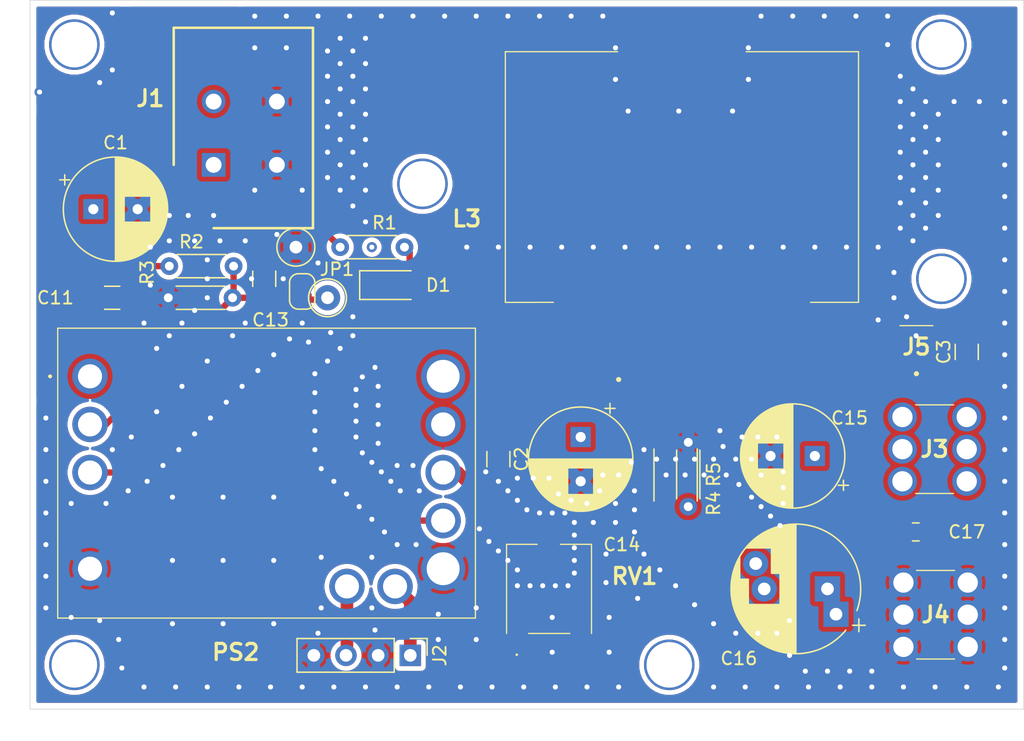
<source format=kicad_pcb>
(kicad_pcb (version 20171130) (host pcbnew "(5.1.4)-1")
  (layers (0 F.Cu signal) (31 B.Cu signal) (34 B.Paste user) (35 F.Paste user) (36 B.SilkS user) (37 F.SilkS user) (38 B.Mask user) (39 F.Mask user) (44 Edge.Cuts user))
  (net 0 "")
  (net 1 "Net-(C1-Pad1)")
  (net 2 GNDPWR)
  (net 3 "Net-(C13-Pad1)")
  (net 4 "Net-(C14-Pad1)")
  (net 5 "Net-(C15-Pad1)")
  (net 6 "Net-(C16-Pad2)")
  (net 7 "Net-(D1-Pad2)")
  (net 8 "Net-(D1-Pad1)")
  (net 9 "Net-(J2-Pad3)")
  (net 10 "Net-(J2-Pad1)")
  (net 11 "Net-(JP1-Pad1)")
  (net 12 "Net-(PS2-Pad6)")
  (module SamacSys_Parts:23370191 (layer F.Cu) (at 162.525 56.5)
    (fp_text reference J5 (at 0 0.375) (layer F.SilkS) (effects (font (size 1.27 1.27) (thickness 0.254))))
    (fp_text value 2337019-1 hide)
    (pad 3 smd rect (at 1.475 0) (size 1.05 2.2) (layers F.Cu F.Paste F.Mask) (net 2 GNDPWR))
    (pad 2 smd rect (at -1.475 0) (size 1.05 2.2) (layers F.Cu F.Paste F.Mask) (net 2 GNDPWR))
    (pad 1 smd rect (at 0 1.525) (size 1 1.05) (layers F.Cu F.Paste F.Mask) (net 5 "Net-(C15-Pad1)"))
  )
  (module SamacSys_Parts:7461057 (layer F.Cu) (at 161.5 75.5)
    (fp_text reference J4 (at 2.54 2.54) (layer F.SilkS) (effects (font (size 1.27 1.27) (thickness 0.254))))
    (fp_text value 7461057 hide)
    (pad 6 thru_hole circle (at 5.08 0) (size 2.3 2.3) (drill 1.6) (layers *.Cu *.Mask) (net 2 GNDPWR))
    (pad 5 thru_hole circle (at 5.08 2.54) (size 2.3 2.3) (drill 1.6) (layers *.Cu *.Mask) (net 2 GNDPWR))
    (pad 4 thru_hole circle (at 5.08 5.08) (size 2.3 2.3) (drill 1.6) (layers *.Cu *.Mask) (net 2 GNDPWR))
    (pad 3 thru_hole circle (at 0 5.08) (size 2.3 2.3) (drill 1.6) (layers *.Cu *.Mask) (net 2 GNDPWR))
    (pad 2 thru_hole circle (at 0 2.54) (size 2.3 2.3) (drill 1.6) (layers *.Cu *.Mask) (net 2 GNDPWR))
    (pad 1 thru_hole circle (at 0 0) (size 2.3 2.3) (drill 1.6) (layers *.Cu *.Mask) (net 2 GNDPWR))
  )
  (module SamacSys_Parts:7461057 (layer F.Cu) (at 161.42 62.42)
    (fp_text reference J3 (at 2.54 2.54) (layer F.SilkS) (effects (font (size 1.27 1.27) (thickness 0.254))))
    (fp_text value 7461057 hide)
    (pad 6 thru_hole circle (at 5.08 0) (size 2.3 2.3) (drill 1.6) (layers *.Cu *.Mask) (net 5 "Net-(C15-Pad1)"))
    (pad 5 thru_hole circle (at 5.08 2.54) (size 2.3 2.3) (drill 1.6) (layers *.Cu *.Mask) (net 5 "Net-(C15-Pad1)"))
    (pad 4 thru_hole circle (at 5.08 5.08) (size 2.3 2.3) (drill 1.6) (layers *.Cu *.Mask) (net 5 "Net-(C15-Pad1)"))
    (pad 3 thru_hole circle (at 0 5.08) (size 2.3 2.3) (drill 1.6) (layers *.Cu *.Mask) (net 5 "Net-(C15-Pad1)"))
    (pad 2 thru_hole circle (at 0 2.54) (size 2.3 2.3) (drill 1.6) (layers *.Cu *.Mask) (net 5 "Net-(C15-Pad1)"))
    (pad 1 thru_hole circle (at 0 0) (size 2.3 2.3) (drill 1.6) (layers *.Cu *.Mask) (net 5 "Net-(C15-Pad1)"))
  )
  (module Capacitor_SMD:C_1206_3216Metric_Pad1.42x1.75mm_HandSolder (layer F.Cu) (at 166.5 57.275 90)
    (fp_text reference C3 (at 0 -1.82 90) (layer F.SilkS))
    (fp_text value 1u)
    (pad 2 smd roundrect (at 1.4875 0 90) (size 1.425 1.75) (layers F.Cu F.Paste F.Mask) (roundrect_rratio 0.175439) (net 2 GNDPWR))
    (pad 1 smd roundrect (at -1.4875 0 90) (size 1.425 1.75) (layers F.Cu F.Paste F.Mask) (roundrect_rratio 0.175439) (net 5 "Net-(C15-Pad1)"))
  )
  (module Capacitor_SMD:C_1206_3216Metric_Pad1.42x1.75mm_HandSolder (layer F.Cu) (at 129.5 65.75 270)
    (fp_text reference C2 (at 0 -1.82 90) (layer F.SilkS))
    (fp_text value 1u)
    (pad 2 smd roundrect (at 1.4875 0 270) (size 1.425 1.75) (layers F.Cu F.Paste F.Mask) (roundrect_rratio 0.175439) (net 2 GNDPWR))
    (pad 1 smd roundrect (at -1.4875 0 270) (size 1.425 1.75) (layers F.Cu F.Paste F.Mask) (roundrect_rratio 0.175439) (net 4 "Net-(C14-Pad1)"))
  )
  (module TestPoint:TestPoint_Loop_D1.80mm_Drill1.0mm_Beaded (layer F.Cu) (at 116 53)
    (fp_text reference TP2 hide)
    (fp_text value TestPoint hide)
    (pad 1 thru_hole circle (at 0 0) (size 2 2) (drill 1) (layers *.Cu *.Mask) (net 11 "Net-(JP1-Pad1)"))
  )
  (module TestPoint:TestPoint_Loop_D1.80mm_Drill1.0mm_Beaded (layer F.Cu) (at 113.5 49)
    (fp_text reference TP1 hide)
    (fp_text value TestPoint hide)
    (pad 1 thru_hole circle (at 0 0) (size 2 2) (drill 1) (layers *.Cu *.Mask) (net 2 GNDPWR))
  )
  (module Resistor_THT:R_Axial_DIN0204_L3.6mm_D1.6mm_P5.08mm_Horizontal (layer F.Cu) (at 108.5 53 180)
    (fp_text reference R3 (at 6.75 2 90) (layer F.SilkS))
    (fp_text value 10k)
    (pad 2 thru_hole oval (at 5.08 0 180) (size 1.4 1.4) (drill 0.7) (layers *.Cu *.Mask) (net 2 GNDPWR))
    (pad 1 thru_hole circle (at 0 0 180) (size 1.4 1.4) (drill 0.7) (layers *.Cu *.Mask) (net 3 "Net-(C13-Pad1)"))
  )
  (module Resistor_THT:R_Axial_DIN0204_L3.6mm_D1.6mm_P5.08mm_Horizontal (layer F.Cu) (at 103.5 50.5)
    (fp_text reference R2 (at 1.75 -1.92) (layer F.SilkS))
    (fp_text value 6.8k)
    (pad 2 thru_hole oval (at 5.08 0) (size 1.4 1.4) (drill 0.7) (layers *.Cu *.Mask) (net 3 "Net-(C13-Pad1)"))
    (pad 1 thru_hole circle (at 0 0) (size 1.4 1.4) (drill 0.7) (layers *.Cu *.Mask) (net 1 "Net-(C1-Pad1)"))
  )
  (module Resistor_THT:R_Axial_DIN0204_L3.6mm_D1.6mm_P5.08mm_Horizontal (layer F.Cu) (at 117 49)
    (fp_text reference R1 (at 3.5 -1.92) (layer F.SilkS))
    (fp_text value 6.8k)
    (pad 2 thru_hole oval (at 5.08 0) (size 1.4 1.4) (drill 0.7) (layers *.Cu *.Mask) (net 7 "Net-(D1-Pad2)"))
    (pad 1 thru_hole circle (at 0 0) (size 1.4 1.4) (drill 0.7) (layers *.Cu *.Mask) (net 1 "Net-(C1-Pad1)"))
  )
  (module Jumper:SolderJumper-2_P1.3mm_Bridged_RoundedPad1.0x1.5mm (layer F.Cu) (at 114 52.5 90)
    (fp_text reference JP1 (at 1.75 2.75 180) (layer F.SilkS))
    (fp_text value Jumper)
    (fp_poly (pts (xy 0.25 -0.3) (xy -0.25 -0.3) (xy -0.25 0.3) (xy 0.25 0.3)) (layer F.Cu) (width 0))
    (pad 1 smd custom (at -0.65 0 90) (size 1 0.5) (layers F.Cu F.Mask) (net 11 "Net-(JP1-Pad1)") (options (clearance outline) (anchor rect)) (primitives (gr_circle (center 0 0.25) (end 0.5 0.25) (width 0)) (gr_circle (center 0 -0.25) (end 0.5 -0.25) (width 0)) (gr_poly (pts (xy 0 -0.75) (xy 0.5 -0.75) (xy 0.5 0.75) (xy 0 0.75)) (width 0))))
    (pad 2 smd custom (at 0.65 0 90) (size 1 0.5) (layers F.Cu F.Mask) (net 2 GNDPWR) (options (clearance outline) (anchor rect)) (primitives (gr_circle (center 0 0.25) (end 0.5 0.25) (width 0)) (gr_circle (center 0 -0.25) (end 0.5 -0.25) (width 0)) (gr_poly (pts (xy 0 -0.75) (xy -0.5 -0.75) (xy -0.5 0.75) (xy 0 0.75)) (width 0))))
  )
  (module Resistor_THT:R_Axial_DIN0204_L3.6mm_D1.6mm_P5.08mm_Horizontal (layer F.Cu) (at 144.5 69.5 90)
    (fp_text reference R5 (at 2.54 2 90) (layer F.SilkS))
    (fp_text value 1m)
    (pad 2 thru_hole oval (at 5.08 0 90) (size 1.4 1.4) (drill 0.7) (layers *.Cu *.Mask) (net 2 GNDPWR))
    (pad 1 thru_hole circle (at 0 0 90) (size 1.4 1.4) (drill 0.7) (layers *.Cu *.Mask) (net 6 "Net-(C16-Pad2)"))
  )
  (module Resistor_SMD:R_2512_6332Metric_Pad1.52x3.35mm_HandSolder (layer F.Cu) (at 143.5 67 90)
    (fp_text reference R4 (at -2.25 3 90) (layer F.SilkS))
    (fp_text value 1m)
    (pad 2 smd roundrect (at 2.9875 0 90) (size 1.525 3.35) (layers F.Cu F.Paste F.Mask) (roundrect_rratio 0.163934) (net 2 GNDPWR))
    (pad 1 smd roundrect (at -2.9875 0 90) (size 1.525 3.35) (layers F.Cu F.Paste F.Mask) (roundrect_rratio 0.163934) (net 6 "Net-(C16-Pad2)"))
  )
  (module Capacitor_THT:CP_Radial_D10.0mm_P5.00mm_P7.50mm (layer F.Cu) (at 155.5 76 180)
    (fp_text reference C16 (at 7 -5.5) (layer F.SilkS))
    (fp_text value 2200uF)
    (pad 2 thru_hole circle (at 5.672144 2 180) (size 2 2) (drill 1) (layers *.Cu *.Mask) (net 6 "Net-(C16-Pad2)"))
    (pad 1 thru_hole rect (at -0.672144 -2 180) (size 2 2) (drill 1) (layers *.Cu *.Mask) (net 5 "Net-(C15-Pad1)"))
    (pad 2 thru_hole circle (at 5 0 180) (size 2 2) (drill 1) (layers *.Cu *.Mask) (net 6 "Net-(C16-Pad2)"))
    (pad 1 thru_hole rect (at 0 0 180) (size 2 2) (drill 1) (layers *.Cu *.Mask) (net 5 "Net-(C15-Pad1)"))
  )
  (module Capacitor_THT:CP_Radial_D8.0mm_P3.50mm (layer F.Cu) (at 97.5 46)
    (fp_text reference C1 (at 1.75 -5.25) (layer F.SilkS))
    (fp_text value "220uF(RNU1C271MDN1)")
    (pad 2 thru_hole circle (at 3.5 0) (size 1.6 1.6) (drill 0.8) (layers *.Cu *.Mask) (net 2 GNDPWR))
    (pad 1 thru_hole rect (at 0 0) (size 1.6 1.6) (drill 0.8) (layers *.Cu *.Mask) (net 1 "Net-(C1-Pad1)"))
  )
  (module SamacSys_Parts:3361P1253GLF (layer F.Cu) (at 133.5 76)
    (fp_text reference RV1 (at 6.75 -1) (layer F.SilkS) (effects (font (size 1.27 1.27) (thickness 0.254))))
    (fp_text value R_POT hide)
    (pad 3 smd rect (at 2.54 3.075) (size 1.19 3.55) (layers F.Cu F.Paste F.Mask) (net 2 GNDPWR))
    (pad 2 smd rect (at 0 -3.075) (size 1.19 3.55) (layers F.Cu F.Paste F.Mask) (net 12 "Net-(PS2-Pad6)"))
    (pad 1 smd rect (at -2.54 3.075) (size 1.19 3.55) (layers F.Cu F.Paste F.Mask))
  )
  (module SamacSys_Parts:I6A4W020A033V003R (layer F.Cu) (at 97.235 59.205)
    (fp_text reference PS2 (at 11.515 21.795) (layer F.SilkS) (effects (font (size 1.27 1.27) (thickness 0.254))))
    (fp_text value I6A4W020A033V-003-R hide)
    (pad 34 thru_hole circle (at 0 3.8) (size 2.8 2.8) (drill 1.9) (layers *.Cu *.Mask) (net 3 "Net-(C13-Pad1)"))
    (pad 33 thru_hole circle (at 24.1 16.6) (size 2.8 2.8) (drill 1.9) (layers *.Cu *.Mask) (net 10 "Net-(J2-Pad1)"))
    (pad 32 thru_hole circle (at 20.3 16.6) (size 2.8 2.8) (drill 1.9) (layers *.Cu *.Mask) (net 9 "Net-(J2-Pad3)"))
    (pad 8 thru_hole circle (at 27.9 0) (size 3.5 3.5) (drill 2.6) (layers *.Cu *.Mask) (net 4 "Net-(C14-Pad1)"))
    (pad 7 thru_hole circle (at 27.9 3.8) (size 2.8 2.8) (drill 1.9) (layers *.Cu *.Mask) (net 4 "Net-(C14-Pad1)"))
    (pad 6 thru_hole circle (at 27.9 7.6) (size 2.8 2.8) (drill 1.9) (layers *.Cu *.Mask) (net 12 "Net-(PS2-Pad6)"))
    (pad 5 thru_hole circle (at 27.9 11.4) (size 2.8 2.8) (drill 1.9) (layers *.Cu *.Mask) (net 8 "Net-(D1-Pad1)"))
    (pad 4 thru_hole circle (at 27.9 15.2) (size 3.5 3.5) (drill 2.6) (layers *.Cu *.Mask) (net 2 GNDPWR))
    (pad 3 thru_hole circle (at 0 15.2) (size 2.8 2.8) (drill 1.9) (layers *.Cu *.Mask) (net 2 GNDPWR))
    (pad 2 thru_hole circle (at 0 7.6) (size 2.8 2.8) (drill 1.9) (layers *.Cu *.Mask) (net 11 "Net-(JP1-Pad1)"))
    (pad 1 thru_hole circle (at 0 0) (size 2.8 2.8) (drill 1.9) (layers *.Cu *.Mask) (net 1 "Net-(C1-Pad1)"))
  )
  (module SamacSys_Parts:PQ2614BLA1R0K (layer F.Cu) (at 144 45.5)
    (fp_text reference L3 (at -17 1.25) (layer F.SilkS) (effects (font (size 1.27 1.27) (thickness 0.254))))
    (fp_text value PQ2614BHA-100K hide)
    (pad MP1 smd rect (at 0 -11.42 90) (size 5.28 6.35) (layers F.Cu F.Paste F.Mask))
    (pad 2 smd rect (at 5.075 10.655) (size 5.33 5.59) (layers F.Cu F.Paste F.Mask) (net 5 "Net-(C15-Pad1)"))
    (pad 1 smd rect (at -5.075 10.655) (size 5.33 5.59) (layers F.Cu F.Paste F.Mask) (net 4 "Net-(C14-Pad1)"))
  )
  (module Connector_PinHeader_2.54mm:PinHeader_1x04_P2.54mm_Vertical (layer F.Cu) (at 122.54 81.25 270)
    (fp_text reference J2 (at 0 -2.33 90) (layer F.SilkS))
    (fp_text value Conn_01x04_Male)
    (pad 4 thru_hole oval (at 0 7.62 270) (size 1.7 1.7) (drill 1) (layers *.Cu *.Mask) (net 2 GNDPWR))
    (pad 3 thru_hole oval (at 0 5.08 270) (size 1.7 1.7) (drill 1) (layers *.Cu *.Mask) (net 9 "Net-(J2-Pad3)"))
    (pad 2 thru_hole oval (at 0 2.54 270) (size 1.7 1.7) (drill 1) (layers *.Cu *.Mask) (net 2 GNDPWR))
    (pad 1 thru_hole rect (at 0 0 270) (size 1.7 1.7) (drill 1) (layers *.Cu *.Mask) (net 10 "Net-(J2-Pad1)"))
  )
  (module SamacSys_Parts:SHDR4W75P500_2X2_1100X1583X1630P (layer F.Cu) (at 107 42.5)
    (fp_text reference J1 (at -5 -5.25) (layer F.SilkS) (effects (font (size 1.27 1.27) (thickness 0.254))))
    (fp_text value TBL005A-500-02GY-2WT hide)
    (pad 4 thru_hole circle (at 5 -5) (size 1.875 1.875) (drill 1.25) (layers *.Cu *.Mask) (net 2 GNDPWR))
    (pad 3 thru_hole circle (at 5 0) (size 1.875 1.875) (drill 1.25) (layers *.Cu *.Mask) (net 2 GNDPWR))
    (pad 2 thru_hole circle (at 0 -5) (size 1.875 1.875) (drill 1.25) (layers *.Cu *.Mask) (net 1 "Net-(C1-Pad1)"))
    (pad 1 thru_hole rect (at 0 0) (size 1.875 1.875) (drill 1.25) (layers *.Cu *.Mask) (net 1 "Net-(C1-Pad1)"))
  )
  (module LED_SMD:LED_1206_3216Metric_Pad1.42x1.75mm_HandSolder (layer F.Cu) (at 121 52)
    (fp_text reference D1 (at 3.75 0) (layer F.SilkS))
    (fp_text value LED)
    (pad 2 smd roundrect (at 1.4875 0) (size 1.425 1.75) (layers F.Cu F.Paste F.Mask) (roundrect_rratio 0.175439) (net 7 "Net-(D1-Pad2)"))
    (pad 1 smd roundrect (at -1.4875 0) (size 1.425 1.75) (layers F.Cu F.Paste F.Mask) (roundrect_rratio 0.175439) (net 8 "Net-(D1-Pad1)"))
  )
  (module Capacitor_SMD:C_0805_2012Metric_Pad1.15x1.40mm_HandSolder (layer F.Cu) (at 162.475 71.5)
    (fp_text reference C17 (at 4.025 0) (layer F.SilkS))
    (fp_text value 1u)
    (pad 2 smd roundrect (at 1.025 0) (size 1.15 1.4) (layers F.Cu F.Paste F.Mask) (roundrect_rratio 0.217391) (net 2 GNDPWR))
    (pad 1 smd roundrect (at -1.025 0) (size 1.15 1.4) (layers F.Cu F.Paste F.Mask) (roundrect_rratio 0.217391) (net 5 "Net-(C15-Pad1)"))
  )
  (module Capacitor_THT:CP_Radial_D8.0mm_P3.50mm (layer F.Cu) (at 154.5 65.5 180)
    (fp_text reference C15 (at -2.75 3) (layer F.SilkS))
    (fp_text value "680uF(RNL1C681MDS1)")
    (pad 2 thru_hole circle (at 3.5 0 180) (size 1.6 1.6) (drill 0.8) (layers *.Cu *.Mask) (net 2 GNDPWR))
    (pad 1 thru_hole rect (at 0 0 180) (size 1.6 1.6) (drill 0.8) (layers *.Cu *.Mask) (net 5 "Net-(C15-Pad1)"))
  )
  (module Capacitor_THT:CP_Radial_D8.0mm_P3.50mm (layer F.Cu) (at 136 64 270)
    (fp_text reference C14 (at 8.5 -3.25 180) (layer F.SilkS))
    (fp_text value "220uF(RNU1C271MDN1)")
    (pad 2 thru_hole circle (at 3.5 0 270) (size 1.6 1.6) (drill 0.8) (layers *.Cu *.Mask) (net 2 GNDPWR))
    (pad 1 thru_hole rect (at 0 0 270) (size 1.6 1.6) (drill 0.8) (layers *.Cu *.Mask) (net 4 "Net-(C14-Pad1)"))
  )
  (module Capacitor_SMD:C_1206_3216Metric_Pad1.42x1.75mm_HandSolder (layer F.Cu) (at 111 51.5 90)
    (fp_text reference C13 (at -3.25 0.5) (layer F.SilkS))
    (fp_text value 1u)
    (pad 2 smd roundrect (at 1.4875 0 90) (size 1.425 1.75) (layers F.Cu F.Paste F.Mask) (roundrect_rratio 0.175439) (net 2 GNDPWR))
    (pad 1 smd roundrect (at -1.4875 0 90) (size 1.425 1.75) (layers F.Cu F.Paste F.Mask) (roundrect_rratio 0.175439) (net 3 "Net-(C13-Pad1)"))
  )
  (module Capacitor_SMD:C_1206_3216Metric_Pad1.42x1.75mm_HandSolder (layer F.Cu) (at 98.9875 53)
    (fp_text reference C11 (at -4.4875 0) (layer F.SilkS))
    (fp_text value 1u)
    (pad 2 smd roundrect (at 1.4875 0) (size 1.425 1.75) (layers F.Cu F.Paste F.Mask) (roundrect_rratio 0.175439) (net 2 GNDPWR))
    (pad 1 smd roundrect (at -1.4875 0) (size 1.425 1.75) (layers F.Cu F.Paste F.Mask) (roundrect_rratio 0.175439) (net 1 "Net-(C1-Pad1)"))
  )
  (gr_line (start 171 29.5) (end 92.5 29.5) (layer Edge.Cuts) (width 0.05))
  (gr_line (start 171 85.5) (end 171 29.5) (layer Edge.Cuts) (width 0.05))
  (gr_line (start 92.5 85.5) (end 171 85.5) (layer Edge.Cuts) (width 0.05))
  (gr_line (start 92.5 29.5) (end 92.5 85.5) (layer Edge.Cuts) (width 0.05))
  (via (at 143 82) (size 4) (drill 3.6) (layers F.Cu B.Cu) (net 0))
  (via (at 164.5 51.5) (size 4) (drill 3.6) (layers F.Cu B.Cu) (net 0))
  (via (at 164.5 33) (size 4) (drill 3.6) (layers F.Cu B.Cu) (net 0))
  (via (at 96 33) (size 4) (drill 3.6) (layers F.Cu B.Cu) (net 0))
  (via (at 123.5 44) (size 4) (drill 3.6) (layers F.Cu B.Cu) (net 0))
  (via (at 96 82) (size 4) (drill 3.6) (layers F.Cu B.Cu) (net 0))
  (via (at 119.5 49) (size 0.8) (drill 0.4) (layers F.Cu B.Cu) (net 0))
  (segment (start 117 49) (end 114 46) (width 0.5) (layer F.Cu) (net 1))
  (segment (start 114 46) (end 108.5 46) (width 0.5) (layer F.Cu) (net 1))
  (segment (start 107 44.5) (end 107 42.5) (width 0.5) (layer F.Cu) (net 1))
  (segment (start 108.5 46) (end 107 44.5) (width 0.5) (layer F.Cu) (net 1))
  (segment (start 100 50.5) (end 97.5 53) (width 0.5) (layer F.Cu) (net 1))
  (segment (start 103.5 50.5) (end 100 50.5) (width 0.5) (layer F.Cu) (net 1))
  (segment (start 97.5 46) (end 97.5 53) (width 0.5) (layer F.Cu) (net 1))
  (segment (start 97.5 43.5) (end 97.5 46) (width 0.5) (layer F.Cu) (net 1))
  (segment (start 99.5 41.5) (end 97.5 43.5) (width 0.5) (layer F.Cu) (net 1))
  (segment (start 104.5625 41.5) (end 99.5 41.5) (width 0.5) (layer F.Cu) (net 1))
  (segment (start 107 42.5) (end 105.5625 42.5) (width 0.5) (layer F.Cu) (net 1))
  (segment (start 105.5625 42.5) (end 104.5625 41.5) (width 0.5) (layer F.Cu) (net 1))
  (segment (start 97.5 58.94) (end 97.235 59.205) (width 0.5) (layer F.Cu) (net 1))
  (segment (start 97.5 53) (end 97.5 58.94) (width 0.5) (layer F.Cu) (net 1))
  (segment (start 103.42 53) (end 100.475 53) (width 0.5) (layer F.Cu) (net 2))
  (segment (start 112.0125 49) (end 111 50.0125) (width 0.5) (layer F.Cu) (net 2))
  (segment (start 113.5 49) (end 112.0125 49) (width 0.5) (layer F.Cu) (net 2))
  (segment (start 113.5 51.35) (end 114 51.85) (width 0.5) (layer F.Cu) (net 2))
  (segment (start 113.5 49) (end 113.5 51.35) (width 0.5) (layer F.Cu) (net 2))
  (via (at 108.5 56) (size 0.8) (drill 0.4) (layers F.Cu B.Cu) (net 2))
  (via (at 100.5 64) (size 0.8) (drill 0.4) (layers F.Cu B.Cu) (net 2))
  (via (at 102.5 62) (size 0.8) (drill 0.4) (layers F.Cu B.Cu) (net 2))
  (via (at 104.5 60) (size 0.8) (drill 0.4) (layers F.Cu B.Cu) (net 2))
  (via (at 106.5 58) (size 0.8) (drill 0.4) (layers F.Cu B.Cu) (net 2))
  (via (at 109.5 55) (size 0.8) (drill 0.4) (layers F.Cu B.Cu) (net 2))
  (via (at 99 65) (size 0.8) (drill 0.4) (layers F.Cu B.Cu) (net 2))
  (via (at 118 54.5) (size 0.8) (drill 0.4) (layers F.Cu B.Cu) (net 2))
  (via (at 118 56) (size 0.8) (drill 0.4) (layers F.Cu B.Cu) (net 2))
  (via (at 117 57) (size 0.8) (drill 0.4) (layers F.Cu B.Cu) (net 2))
  (via (at 116 58) (size 0.8) (drill 0.4) (layers F.Cu B.Cu) (net 2))
  (via (at 115 59) (size 0.8) (drill 0.4) (layers F.Cu B.Cu) (net 2))
  (via (at 115 60.5) (size 0.8) (drill 0.4) (layers F.Cu B.Cu) (net 2))
  (via (at 115 62) (size 0.8) (drill 0.4) (layers F.Cu B.Cu) (net 2))
  (via (at 115 63.5) (size 0.8) (drill 0.4) (layers F.Cu B.Cu) (net 2))
  (via (at 115 65) (size 0.8) (drill 0.4) (layers F.Cu B.Cu) (net 2))
  (via (at 115.5 66.5) (size 0.8) (drill 0.4) (layers F.Cu B.Cu) (net 2))
  (via (at 116.5 67.5) (size 0.8) (drill 0.4) (layers F.Cu B.Cu) (net 2))
  (via (at 117.5 68.5) (size 0.8) (drill 0.4) (layers F.Cu B.Cu) (net 2))
  (via (at 118.5 69.5) (size 0.8) (drill 0.4) (layers F.Cu B.Cu) (net 2))
  (via (at 119.5 70.5) (size 0.8) (drill 0.4) (layers F.Cu B.Cu) (net 2))
  (via (at 120.5 71.5) (size 0.8) (drill 0.4) (layers F.Cu B.Cu) (net 2))
  (via (at 121.5 72.5) (size 0.8) (drill 0.4) (layers F.Cu B.Cu) (net 2))
  (via (at 123 72.5) (size 0.8) (drill 0.4) (layers F.Cu B.Cu) (net 2))
  (via (at 119.5 73.5) (size 0.8) (drill 0.4) (layers F.Cu B.Cu) (net 2))
  (via (at 115.5 73.5) (size 0.8) (drill 0.4) (layers F.Cu B.Cu) (net 2))
  (via (at 115.5 77.5) (size 0.8) (drill 0.4) (layers F.Cu B.Cu) (net 2))
  (via (at 119.5 77.5) (size 0.8) (drill 0.4) (layers F.Cu B.Cu) (net 2))
  (via (at 124.75 78) (size 0.8) (drill 0.4) (layers F.Cu B.Cu) (net 2))
  (via (at 106.5 53) (size 0.8) (drill 0.4) (layers F.Cu B.Cu) (net 2))
  (via (at 105.5 54) (size 0.8) (drill 0.4) (layers F.Cu B.Cu) (net 2))
  (via (at 104.5 55) (size 0.8) (drill 0.4) (layers F.Cu B.Cu) (net 2))
  (via (at 103.5 56) (size 0.8) (drill 0.4) (layers F.Cu B.Cu) (net 2))
  (via (at 102.5 57) (size 0.8) (drill 0.4) (layers F.Cu B.Cu) (net 2))
  (via (at 101.5 55) (size 0.8) (drill 0.4) (layers F.Cu B.Cu) (net 2))
  (via (at 102 52) (size 0.8) (drill 0.4) (layers F.Cu B.Cu) (net 2))
  (via (at 106.5 51.5) (size 0.8) (drill 0.4) (layers F.Cu B.Cu) (net 2))
  (via (at 106.5 50) (size 0.8) (drill 0.4) (layers F.Cu B.Cu) (net 2))
  (via (at 107.5 48.5) (size 0.8) (drill 0.4) (layers F.Cu B.Cu) (net 2))
  (via (at 109.5 48.5) (size 0.8) (drill 0.4) (layers F.Cu B.Cu) (net 2))
  (via (at 112.5 51.5) (size 0.8) (drill 0.4) (layers F.Cu B.Cu) (net 2))
  (via (at 110 51.5) (size 0.8) (drill 0.4) (layers F.Cu B.Cu) (net 2))
  (via (at 112 48) (size 0.8) (drill 0.4) (layers F.Cu B.Cu) (net 2))
  (via (at 102 49) (size 0.8) (drill 0.4) (layers F.Cu B.Cu) (net 2))
  (via (at 103.5 48.5) (size 0.8) (drill 0.4) (layers F.Cu B.Cu) (net 2))
  (via (at 105.5 48.5) (size 0.8) (drill 0.4) (layers F.Cu B.Cu) (net 2))
  (via (at 103.5 46.5) (size 0.8) (drill 0.4) (layers F.Cu B.Cu) (net 2))
  (via (at 105 46.5) (size 0.8) (drill 0.4) (layers F.Cu B.Cu) (net 2))
  (via (at 107 46.5) (size 0.8) (drill 0.4) (layers F.Cu B.Cu) (net 2))
  (via (at 98 36) (size 0.8) (drill 0.4) (layers F.Cu B.Cu) (net 2))
  (via (at 99 35) (size 0.8) (drill 0.4) (layers F.Cu B.Cu) (net 2))
  (via (at 128.5 66.75) (size 0.8) (drill 0.4) (layers F.Cu B.Cu) (net 2))
  (via (at 129.5 67.5) (size 0.8) (drill 0.4) (layers F.Cu B.Cu) (net 2))
  (via (at 130.25 68.25) (size 0.8) (drill 0.4) (layers F.Cu B.Cu) (net 2))
  (via (at 131 69) (size 0.8) (drill 0.4) (layers F.Cu B.Cu) (net 2))
  (via (at 131.75 69.75) (size 0.8) (drill 0.4) (layers F.Cu B.Cu) (net 2))
  (via (at 132.75 70) (size 0.8) (drill 0.4) (layers F.Cu B.Cu) (net 2))
  (via (at 133.75 70) (size 0.8) (drill 0.4) (layers F.Cu B.Cu) (net 2))
  (via (at 134.75 70) (size 0.8) (drill 0.4) (layers F.Cu B.Cu) (net 2))
  (via (at 135.5 70.75) (size 0.8) (drill 0.4) (layers F.Cu B.Cu) (net 2))
  (via (at 135.5 71.75) (size 0.8) (drill 0.4) (layers F.Cu B.Cu) (net 2))
  (via (at 135.5 72.75) (size 0.8) (drill 0.4) (layers F.Cu B.Cu) (net 2))
  (via (at 135.5 73.75) (size 0.8) (drill 0.4) (layers F.Cu B.Cu) (net 2))
  (via (at 135.5 74.75) (size 0.8) (drill 0.4) (layers F.Cu B.Cu) (net 2))
  (via (at 135 75.75) (size 0.8) (drill 0.4) (layers F.Cu B.Cu) (net 2))
  (via (at 134 75.75) (size 0.8) (drill 0.4) (layers F.Cu B.Cu) (net 2))
  (via (at 133 75.75) (size 0.8) (drill 0.4) (layers F.Cu B.Cu) (net 2))
  (via (at 132 75.75) (size 0.8) (drill 0.4) (layers F.Cu B.Cu) (net 2))
  (via (at 131 75.75) (size 0.8) (drill 0.4) (layers F.Cu B.Cu) (net 2))
  (via (at 131 74.5) (size 0.8) (drill 0.4) (layers F.Cu B.Cu) (net 2))
  (via (at 130.25 73.75) (size 0.8) (drill 0.4) (layers F.Cu B.Cu) (net 2))
  (via (at 129.5 73) (size 0.8) (drill 0.4) (layers F.Cu B.Cu) (net 2))
  (via (at 128.75 72.25) (size 0.8) (drill 0.4) (layers F.Cu B.Cu) (net 2))
  (via (at 128 71.25) (size 0.8) (drill 0.4) (layers F.Cu B.Cu) (net 2))
  (via (at 119.75 58.5) (size 0.8) (drill 0.4) (layers F.Cu B.Cu) (net 2))
  (via (at 118.75 59.25) (size 0.8) (drill 0.4) (layers F.Cu B.Cu) (net 2))
  (via (at 118.25 60.25) (size 0.8) (drill 0.4) (layers F.Cu B.Cu) (net 2))
  (via (at 118.25 61.5) (size 0.8) (drill 0.4) (layers F.Cu B.Cu) (net 2))
  (via (at 118.25 62.75) (size 0.8) (drill 0.4) (layers F.Cu B.Cu) (net 2))
  (via (at 118.25 64) (size 0.8) (drill 0.4) (layers F.Cu B.Cu) (net 2))
  (via (at 118.75 65.25) (size 0.8) (drill 0.4) (layers F.Cu B.Cu) (net 2))
  (via (at 119.5 66) (size 0.8) (drill 0.4) (layers F.Cu B.Cu) (net 2))
  (via (at 120.25 66.75) (size 0.8) (drill 0.4) (layers F.Cu B.Cu) (net 2))
  (via (at 121 67.5) (size 0.8) (drill 0.4) (layers F.Cu B.Cu) (net 2))
  (via (at 121.75 68.25) (size 0.8) (drill 0.4) (layers F.Cu B.Cu) (net 2))
  (via (at 120 60) (size 0.8) (drill 0.4) (layers F.Cu B.Cu) (net 2))
  (via (at 120 61.5) (size 0.8) (drill 0.4) (layers F.Cu B.Cu) (net 2))
  (via (at 120 63) (size 0.8) (drill 0.4) (layers F.Cu B.Cu) (net 2))
  (via (at 120 64.5) (size 0.8) (drill 0.4) (layers F.Cu B.Cu) (net 2))
  (via (at 121.5 66.25) (size 0.8) (drill 0.4) (layers F.Cu B.Cu) (net 2))
  (via (at 122.75 66.25) (size 0.8) (drill 0.4) (layers F.Cu B.Cu) (net 2))
  (via (at 123.25 68.25) (size 0.8) (drill 0.4) (layers F.Cu B.Cu) (net 2))
  (via (at 131 67.25) (size 0.8) (drill 0.4) (layers F.Cu B.Cu) (net 2))
  (via (at 132.25 67.25) (size 0.8) (drill 0.4) (layers F.Cu B.Cu) (net 2))
  (via (at 133.5 67.25) (size 0.8) (drill 0.4) (layers F.Cu B.Cu) (net 2))
  (via (at 134.25 68.5) (size 0.8) (drill 0.4) (layers F.Cu B.Cu) (net 2))
  (via (at 136.5 69.25) (size 0.8) (drill 0.4) (layers F.Cu B.Cu) (net 2))
  (via (at 137.5 68.25) (size 0.8) (drill 0.4) (layers F.Cu B.Cu) (net 2))
  (via (at 135.25 69) (size 0.8) (drill 0.4) (layers F.Cu B.Cu) (net 2))
  (via (at 137.75 67) (size 0.8) (drill 0.4) (layers F.Cu B.Cu) (net 2))
  (via (at 139 67) (size 0.8) (drill 0.4) (layers F.Cu B.Cu) (net 2))
  (via (at 140 66) (size 0.8) (drill 0.4) (layers F.Cu B.Cu) (net 2))
  (via (at 141 65) (size 0.8) (drill 0.4) (layers F.Cu B.Cu) (net 2))
  (via (at 142 65.75) (size 0.8) (drill 0.4) (layers F.Cu B.Cu) (net 2))
  (via (at 143.5 65.75) (size 0.8) (drill 0.4) (layers F.Cu B.Cu) (net 2))
  (via (at 145 65.75) (size 0.8) (drill 0.4) (layers F.Cu B.Cu) (net 2))
  (via (at 146.5 65.75) (size 0.8) (drill 0.4) (layers F.Cu B.Cu) (net 2))
  (via (at 147.25 64.75) (size 0.8) (drill 0.4) (layers F.Cu B.Cu) (net 2))
  (via (at 147 63.5) (size 0.8) (drill 0.4) (layers F.Cu B.Cu) (net 2))
  (via (at 148.75 64) (size 0.8) (drill 0.4) (layers F.Cu B.Cu) (net 2))
  (via (at 148.25 65.75) (size 0.8) (drill 0.4) (layers F.Cu B.Cu) (net 2))
  (via (at 142.75 67) (size 0.8) (drill 0.4) (layers F.Cu B.Cu) (net 2))
  (via (at 144.25 67) (size 0.8) (drill 0.4) (layers F.Cu B.Cu) (net 2))
  (via (at 145.75 67) (size 0.8) (drill 0.4) (layers F.Cu B.Cu) (net 2))
  (via (at 147.5 67) (size 0.8) (drill 0.4) (layers F.Cu B.Cu) (net 2))
  (via (at 148.5 67.75) (size 0.8) (drill 0.4) (layers F.Cu B.Cu) (net 2))
  (via (at 149.5 68.75) (size 0.8) (drill 0.4) (layers F.Cu B.Cu) (net 2))
  (via (at 150.25 69.5) (size 0.8) (drill 0.4) (layers F.Cu B.Cu) (net 2))
  (via (at 151 70.25) (size 0.8) (drill 0.4) (layers F.Cu B.Cu) (net 2))
  (via (at 151.75 71) (size 0.8) (drill 0.4) (layers F.Cu B.Cu) (net 2))
  (via (at 150 64) (size 0.8) (drill 0.4) (layers F.Cu B.Cu) (net 2))
  (via (at 151.5 64) (size 0.8) (drill 0.4) (layers F.Cu B.Cu) (net 2))
  (via (at 152 66.75) (size 0.8) (drill 0.4) (layers F.Cu B.Cu) (net 2))
  (via (at 152 68) (size 0.8) (drill 0.4) (layers F.Cu B.Cu) (net 2))
  (via (at 152 69.25) (size 0.8) (drill 0.4) (layers F.Cu B.Cu) (net 2))
  (via (at 149.5 65.75) (size 0.8) (drill 0.4) (layers F.Cu B.Cu) (net 2))
  (via (at 150.25 67) (size 0.8) (drill 0.4) (layers F.Cu B.Cu) (net 2))
  (via (at 140.25 68.25) (size 0.8) (drill 0.4) (layers F.Cu B.Cu) (net 2))
  (via (at 140.25 69.75) (size 0.8) (drill 0.4) (layers F.Cu B.Cu) (net 2))
  (via (at 140.25 71.5) (size 0.8) (drill 0.4) (layers F.Cu B.Cu) (net 2))
  (via (at 141 73.25) (size 0.8) (drill 0.4) (layers F.Cu B.Cu) (net 2))
  (via (at 142.25 74.5) (size 0.8) (drill 0.4) (layers F.Cu B.Cu) (net 2))
  (via (at 143.5 75.75) (size 0.8) (drill 0.4) (layers F.Cu B.Cu) (net 2))
  (via (at 145 77.25) (size 0.8) (drill 0.4) (layers F.Cu B.Cu) (net 2))
  (via (at 146.5 78.75) (size 0.8) (drill 0.4) (layers F.Cu B.Cu) (net 2))
  (via (at 148.25 79.5) (size 0.8) (drill 0.4) (layers F.Cu B.Cu) (net 2))
  (via (at 150 79.5) (size 0.8) (drill 0.4) (layers F.Cu B.Cu) (net 2))
  (via (at 151.5 79.5) (size 0.8) (drill 0.4) (layers F.Cu B.Cu) (net 2))
  (via (at 152.5 78.5) (size 0.8) (drill 0.4) (layers F.Cu B.Cu) (net 2))
  (via (at 152.5 81.25) (size 0.8) (drill 0.4) (layers F.Cu B.Cu) (net 2))
  (via (at 153.75 82.5) (size 0.8) (drill 0.4) (layers F.Cu B.Cu) (net 2))
  (via (at 155.5 82.5) (size 0.8) (drill 0.4) (layers F.Cu B.Cu) (net 2))
  (via (at 157.25 82.5) (size 0.8) (drill 0.4) (layers F.Cu B.Cu) (net 2))
  (via (at 159 82.5) (size 0.8) (drill 0.4) (layers F.Cu B.Cu) (net 2))
  (via (at 138.75 69.25) (size 0.8) (drill 0.4) (layers F.Cu B.Cu) (net 2))
  (via (at 137 70.75) (size 0.8) (drill 0.4) (layers F.Cu B.Cu) (net 2))
  (via (at 138.75 70.75) (size 0.8) (drill 0.4) (layers F.Cu B.Cu) (net 2))
  (via (at 127 49) (size 0.8) (drill 0.4) (layers F.Cu B.Cu) (net 2))
  (via (at 129.5 49) (size 0.8) (drill 0.4) (layers F.Cu B.Cu) (net 2))
  (via (at 132 49) (size 0.8) (drill 0.4) (layers F.Cu B.Cu) (net 2))
  (via (at 134.5 49) (size 0.8) (drill 0.4) (layers F.Cu B.Cu) (net 2))
  (via (at 137 49) (size 0.8) (drill 0.4) (layers F.Cu B.Cu) (net 2))
  (via (at 139.5 49) (size 0.8) (drill 0.4) (layers F.Cu B.Cu) (net 2))
  (via (at 142 49) (size 0.8) (drill 0.4) (layers F.Cu B.Cu) (net 2))
  (via (at 144.5 49) (size 0.8) (drill 0.4) (layers F.Cu B.Cu) (net 2))
  (via (at 147 49) (size 0.8) (drill 0.4) (layers F.Cu B.Cu) (net 2))
  (via (at 149.5 49) (size 0.8) (drill 0.4) (layers F.Cu B.Cu) (net 2))
  (via (at 152 49) (size 0.8) (drill 0.4) (layers F.Cu B.Cu) (net 2))
  (via (at 154.5 49) (size 0.8) (drill 0.4) (layers F.Cu B.Cu) (net 2))
  (via (at 157 49) (size 0.8) (drill 0.4) (layers F.Cu B.Cu) (net 2))
  (via (at 159.5 49) (size 0.8) (drill 0.4) (layers F.Cu B.Cu) (net 2))
  (via (at 117 32.5) (size 0.8) (drill 0.4) (layers F.Cu B.Cu) (net 2))
  (via (at 116 33.5) (size 0.8) (drill 0.4) (layers F.Cu B.Cu) (net 2))
  (via (at 118 33.5) (size 0.8) (drill 0.4) (layers F.Cu B.Cu) (net 2))
  (via (at 117 34.5) (size 0.8) (drill 0.4) (layers F.Cu B.Cu) (net 2))
  (via (at 116 35.5) (size 0.8) (drill 0.4) (layers F.Cu B.Cu) (net 2))
  (via (at 118 35.5) (size 0.8) (drill 0.4) (layers F.Cu B.Cu) (net 2))
  (via (at 117 36.5) (size 0.8) (drill 0.4) (layers F.Cu B.Cu) (net 2))
  (via (at 116 37.5) (size 0.8) (drill 0.4) (layers F.Cu B.Cu) (net 2))
  (via (at 118 37.5) (size 0.8) (drill 0.4) (layers F.Cu B.Cu) (net 2))
  (via (at 117 38.5) (size 0.8) (drill 0.4) (layers F.Cu B.Cu) (net 2))
  (via (at 116 39.5) (size 0.8) (drill 0.4) (layers F.Cu B.Cu) (net 2))
  (via (at 118 39.5) (size 0.8) (drill 0.4) (layers F.Cu B.Cu) (net 2))
  (via (at 117 40.5) (size 0.8) (drill 0.4) (layers F.Cu B.Cu) (net 2))
  (via (at 116 41.5) (size 0.8) (drill 0.4) (layers F.Cu B.Cu) (net 2))
  (via (at 118 41.5) (size 0.8) (drill 0.4) (layers F.Cu B.Cu) (net 2))
  (via (at 117 42.5) (size 0.8) (drill 0.4) (layers F.Cu B.Cu) (net 2))
  (via (at 116 43.5) (size 0.8) (drill 0.4) (layers F.Cu B.Cu) (net 2))
  (via (at 117 44.5) (size 0.8) (drill 0.4) (layers F.Cu B.Cu) (net 2))
  (via (at 118 43.5) (size 0.8) (drill 0.4) (layers F.Cu B.Cu) (net 2))
  (via (at 161.25 35.5) (size 0.8) (drill 0.4) (layers F.Cu B.Cu) (net 2))
  (via (at 162.25 36.5) (size 0.8) (drill 0.4) (layers F.Cu B.Cu) (net 2))
  (via (at 165.5 37.5) (size 0.8) (drill 0.4) (layers F.Cu B.Cu) (net 2))
  (via (at 161.25 37.5) (size 0.8) (drill 0.4) (layers F.Cu B.Cu) (net 2))
  (via (at 163.25 37.5) (size 0.8) (drill 0.4) (layers F.Cu B.Cu) (net 2))
  (via (at 162.25 38.5) (size 0.8) (drill 0.4) (layers F.Cu B.Cu) (net 2))
  (via (at 164.25 38.5) (size 0.8) (drill 0.4) (layers F.Cu B.Cu) (net 2))
  (via (at 161.25 39.5) (size 0.8) (drill 0.4) (layers F.Cu B.Cu) (net 2))
  (via (at 163.25 39.5) (size 0.8) (drill 0.4) (layers F.Cu B.Cu) (net 2))
  (via (at 162.25 40.5) (size 0.8) (drill 0.4) (layers F.Cu B.Cu) (net 2))
  (via (at 164.25 40.5) (size 0.8) (drill 0.4) (layers F.Cu B.Cu) (net 2))
  (via (at 161.25 41.5) (size 0.8) (drill 0.4) (layers F.Cu B.Cu) (net 2))
  (via (at 163.25 41.5) (size 0.8) (drill 0.4) (layers F.Cu B.Cu) (net 2))
  (via (at 162.25 42.5) (size 0.8) (drill 0.4) (layers F.Cu B.Cu) (net 2))
  (via (at 164.25 42.5) (size 0.8) (drill 0.4) (layers F.Cu B.Cu) (net 2))
  (via (at 161.25 43.5) (size 0.8) (drill 0.4) (layers F.Cu B.Cu) (net 2))
  (via (at 163.25 43.5) (size 0.8) (drill 0.4) (layers F.Cu B.Cu) (net 2))
  (via (at 162.25 44.5) (size 0.8) (drill 0.4) (layers F.Cu B.Cu) (net 2))
  (via (at 164.25 44.5) (size 0.8) (drill 0.4) (layers F.Cu B.Cu) (net 2))
  (via (at 161.25 45.5) (size 0.8) (drill 0.4) (layers F.Cu B.Cu) (net 2))
  (via (at 163.25 45.5) (size 0.8) (drill 0.4) (layers F.Cu B.Cu) (net 2))
  (via (at 162.25 46.5) (size 0.8) (drill 0.4) (layers F.Cu B.Cu) (net 2))
  (via (at 164.25 46.5) (size 0.8) (drill 0.4) (layers F.Cu B.Cu) (net 2))
  (via (at 161.25 47.5) (size 0.8) (drill 0.4) (layers F.Cu B.Cu) (net 2))
  (via (at 162.25 48.5) (size 0.8) (drill 0.4) (layers F.Cu B.Cu) (net 2))
  (via (at 163.25 47.5) (size 0.8) (drill 0.4) (layers F.Cu B.Cu) (net 2))
  (via (at 160.75 51) (size 0.8) (drill 0.4) (layers F.Cu B.Cu) (net 2))
  (via (at 160.75 53) (size 0.8) (drill 0.4) (layers F.Cu B.Cu) (net 2))
  (via (at 161.75 54.5) (size 0.8) (drill 0.4) (layers F.Cu B.Cu) (net 2))
  (via (at 162.5 56) (size 0.8) (drill 0.4) (layers F.Cu B.Cu) (net 2))
  (via (at 159.5 54.75) (size 0.8) (drill 0.4) (layers F.Cu B.Cu) (net 2))
  (via (at 119 32.5) (size 0.8) (drill 0.4) (layers F.Cu B.Cu) (net 2))
  (via (at 119 34.5) (size 0.8) (drill 0.4) (layers F.Cu B.Cu) (net 2))
  (via (at 119 36.5) (size 0.8) (drill 0.4) (layers F.Cu B.Cu) (net 2))
  (via (at 119 38.5) (size 0.8) (drill 0.4) (layers F.Cu B.Cu) (net 2))
  (via (at 119 40.5) (size 0.8) (drill 0.4) (layers F.Cu B.Cu) (net 2))
  (via (at 119 42.5) (size 0.8) (drill 0.4) (layers F.Cu B.Cu) (net 2))
  (via (at 119 44.5) (size 0.8) (drill 0.4) (layers F.Cu B.Cu) (net 2))
  (via (at 110.25 30.75) (size 0.8) (drill 0.4) (layers F.Cu B.Cu) (net 2))
  (via (at 112.75 30.75) (size 0.8) (drill 0.4) (layers F.Cu B.Cu) (net 2))
  (via (at 115.25 30.75) (size 0.8) (drill 0.4) (layers F.Cu B.Cu) (net 2))
  (via (at 117.75 30.75) (size 0.8) (drill 0.4) (layers F.Cu B.Cu) (net 2))
  (via (at 120.25 30.75) (size 0.8) (drill 0.4) (layers F.Cu B.Cu) (net 2))
  (via (at 122.75 30.75) (size 0.8) (drill 0.4) (layers F.Cu B.Cu) (net 2))
  (via (at 125.25 30.75) (size 0.8) (drill 0.4) (layers F.Cu B.Cu) (net 2))
  (via (at 127.75 30.75) (size 0.8) (drill 0.4) (layers F.Cu B.Cu) (net 2))
  (via (at 130.25 30.75) (size 0.8) (drill 0.4) (layers F.Cu B.Cu) (net 2))
  (via (at 132.75 30.75) (size 0.8) (drill 0.4) (layers F.Cu B.Cu) (net 2))
  (via (at 135.25 30.75) (size 0.8) (drill 0.4) (layers F.Cu B.Cu) (net 2))
  (via (at 137.75 30.75) (size 0.8) (drill 0.4) (layers F.Cu B.Cu) (net 2))
  (via (at 150.25 30.75) (size 0.8) (drill 0.4) (layers F.Cu B.Cu) (net 2))
  (via (at 152.75 30.75) (size 0.8) (drill 0.4) (layers F.Cu B.Cu) (net 2))
  (via (at 155.25 30.75) (size 0.8) (drill 0.4) (layers F.Cu B.Cu) (net 2))
  (via (at 157.75 30.75) (size 0.8) (drill 0.4) (layers F.Cu B.Cu) (net 2))
  (via (at 160.25 30.75) (size 0.8) (drill 0.4) (layers F.Cu B.Cu) (net 2))
  (via (at 167.5 37.5) (size 0.8) (drill 0.4) (layers F.Cu B.Cu) (net 2))
  (via (at 169.5 37.5) (size 0.8) (drill 0.4) (layers F.Cu B.Cu) (net 2))
  (via (at 169.5 40) (size 0.8) (drill 0.4) (layers F.Cu B.Cu) (net 2))
  (via (at 169.5 42.5) (size 0.8) (drill 0.4) (layers F.Cu B.Cu) (net 2))
  (via (at 169.5 45) (size 0.8) (drill 0.4) (layers F.Cu B.Cu) (net 2))
  (via (at 169.5 47.5) (size 0.8) (drill 0.4) (layers F.Cu B.Cu) (net 2))
  (via (at 169.5 50) (size 0.8) (drill 0.4) (layers F.Cu B.Cu) (net 2))
  (via (at 169.5 52.5) (size 0.8) (drill 0.4) (layers F.Cu B.Cu) (net 2))
  (via (at 169.5 55) (size 0.8) (drill 0.4) (layers F.Cu B.Cu) (net 2))
  (via (at 169.5 57.5) (size 0.8) (drill 0.4) (layers F.Cu B.Cu) (net 2))
  (via (at 169.5 60) (size 0.8) (drill 0.4) (layers F.Cu B.Cu) (net 2))
  (via (at 169.5 62.5) (size 0.8) (drill 0.4) (layers F.Cu B.Cu) (net 2))
  (via (at 169.5 65) (size 0.8) (drill 0.4) (layers F.Cu B.Cu) (net 2))
  (via (at 169.5 67.5) (size 0.8) (drill 0.4) (layers F.Cu B.Cu) (net 2))
  (via (at 169.5 70) (size 0.8) (drill 0.4) (layers F.Cu B.Cu) (net 2))
  (via (at 169.5 72.5) (size 0.8) (drill 0.4) (layers F.Cu B.Cu) (net 2))
  (via (at 169.5 75) (size 0.8) (drill 0.4) (layers F.Cu B.Cu) (net 2))
  (via (at 169.5 77.5) (size 0.8) (drill 0.4) (layers F.Cu B.Cu) (net 2))
  (via (at 169.5 80) (size 0.8) (drill 0.4) (layers F.Cu B.Cu) (net 2))
  (via (at 169.5 82.25) (size 0.8) (drill 0.4) (layers F.Cu B.Cu) (net 2))
  (via (at 101.5 83.75) (size 0.8) (drill 0.4) (layers F.Cu B.Cu) (net 2))
  (via (at 104 83.75) (size 0.8) (drill 0.4) (layers F.Cu B.Cu) (net 2))
  (via (at 106.5 83.75) (size 0.8) (drill 0.4) (layers F.Cu B.Cu) (net 2))
  (via (at 109 83.75) (size 0.8) (drill 0.4) (layers F.Cu B.Cu) (net 2))
  (via (at 111.5 83.75) (size 0.8) (drill 0.4) (layers F.Cu B.Cu) (net 2))
  (via (at 114 83.75) (size 0.8) (drill 0.4) (layers F.Cu B.Cu) (net 2))
  (via (at 116.5 83.75) (size 0.8) (drill 0.4) (layers F.Cu B.Cu) (net 2))
  (via (at 119 83.75) (size 0.8) (drill 0.4) (layers F.Cu B.Cu) (net 2))
  (via (at 121.5 83.75) (size 0.8) (drill 0.4) (layers F.Cu B.Cu) (net 2))
  (via (at 124 83.75) (size 0.8) (drill 0.4) (layers F.Cu B.Cu) (net 2))
  (via (at 126.5 83.75) (size 0.8) (drill 0.4) (layers F.Cu B.Cu) (net 2))
  (via (at 129 83.75) (size 0.8) (drill 0.4) (layers F.Cu B.Cu) (net 2))
  (via (at 131.5 83.75) (size 0.8) (drill 0.4) (layers F.Cu B.Cu) (net 2))
  (via (at 134 83.75) (size 0.8) (drill 0.4) (layers F.Cu B.Cu) (net 2))
  (via (at 136.5 83.75) (size 0.8) (drill 0.4) (layers F.Cu B.Cu) (net 2))
  (via (at 139 83.75) (size 0.8) (drill 0.4) (layers F.Cu B.Cu) (net 2))
  (via (at 146.5 83.75) (size 0.8) (drill 0.4) (layers F.Cu B.Cu) (net 2))
  (via (at 149 83.75) (size 0.8) (drill 0.4) (layers F.Cu B.Cu) (net 2))
  (via (at 151.5 83.75) (size 0.8) (drill 0.4) (layers F.Cu B.Cu) (net 2))
  (via (at 154 83.75) (size 0.8) (drill 0.4) (layers F.Cu B.Cu) (net 2))
  (via (at 156.5 83.75) (size 0.8) (drill 0.4) (layers F.Cu B.Cu) (net 2))
  (via (at 159 83.75) (size 0.8) (drill 0.4) (layers F.Cu B.Cu) (net 2))
  (via (at 161.5 83.75) (size 0.8) (drill 0.4) (layers F.Cu B.Cu) (net 2))
  (via (at 164 83.75) (size 0.8) (drill 0.4) (layers F.Cu B.Cu) (net 2))
  (via (at 166.5 83.75) (size 0.8) (drill 0.4) (layers F.Cu B.Cu) (net 2))
  (via (at 169 83.75) (size 0.8) (drill 0.4) (layers F.Cu B.Cu) (net 2))
  (via (at 93.25 36.75) (size 0.8) (drill 0.4) (layers F.Cu B.Cu) (net 2))
  (via (at 99 30.5) (size 0.8) (drill 0.4) (layers F.Cu B.Cu) (net 2))
  (via (at 110.25 33.25) (size 0.8) (drill 0.4) (layers F.Cu B.Cu) (net 2))
  (via (at 112.75 33.25) (size 0.8) (drill 0.4) (layers F.Cu B.Cu) (net 2))
  (via (at 110.25 44.5) (size 0.8) (drill 0.4) (layers F.Cu B.Cu) (net 2))
  (via (at 114 44.5) (size 0.8) (drill 0.4) (layers F.Cu B.Cu) (net 2))
  (via (at 93.75 62.5) (size 0.8) (drill 0.4) (layers F.Cu B.Cu) (net 2))
  (via (at 93.75 65) (size 0.8) (drill 0.4) (layers F.Cu B.Cu) (net 2))
  (via (at 93.75 67.5) (size 0.8) (drill 0.4) (layers F.Cu B.Cu) (net 2))
  (via (at 93.75 70) (size 0.8) (drill 0.4) (layers F.Cu B.Cu) (net 2))
  (via (at 93.75 72.5) (size 0.8) (drill 0.4) (layers F.Cu B.Cu) (net 2))
  (via (at 93.75 75) (size 0.8) (drill 0.4) (layers F.Cu B.Cu) (net 2))
  (via (at 93.75 77.5) (size 0.8) (drill 0.4) (layers F.Cu B.Cu) (net 2))
  (via (at 95.75 78.25) (size 0.8) (drill 0.4) (layers F.Cu B.Cu) (net 2))
  (via (at 98 78.5) (size 0.8) (drill 0.4) (layers F.Cu B.Cu) (net 2))
  (via (at 99.5 80) (size 0.8) (drill 0.4) (layers F.Cu B.Cu) (net 2))
  (via (at 99.75 82.25) (size 0.8) (drill 0.4) (layers F.Cu B.Cu) (net 2))
  (via (at 160.25 33) (size 0.8) (drill 0.4) (layers F.Cu B.Cu) (net 2))
  (via (at 114 55) (size 0.8) (drill 0.4) (layers F.Cu B.Cu) (net 2))
  (via (at 113 56.25) (size 0.8) (drill 0.4) (layers F.Cu B.Cu) (net 2))
  (via (at 111.75 57.5) (size 0.8) (drill 0.4) (layers F.Cu B.Cu) (net 2))
  (via (at 110.5 58.75) (size 0.8) (drill 0.4) (layers F.Cu B.Cu) (net 2))
  (via (at 109.25 60) (size 0.8) (drill 0.4) (layers F.Cu B.Cu) (net 2))
  (via (at 108 61.25) (size 0.8) (drill 0.4) (layers F.Cu B.Cu) (net 2))
  (via (at 106.75 62.5) (size 0.8) (drill 0.4) (layers F.Cu B.Cu) (net 2))
  (via (at 105.5 63.75) (size 0.8) (drill 0.4) (layers F.Cu B.Cu) (net 2))
  (via (at 104.25 65) (size 0.8) (drill 0.4) (layers F.Cu B.Cu) (net 2))
  (via (at 103 66.25) (size 0.8) (drill 0.4) (layers F.Cu B.Cu) (net 2))
  (via (at 101.75 67.5) (size 0.8) (drill 0.4) (layers F.Cu B.Cu) (net 2))
  (via (at 100.25 68.25) (size 0.8) (drill 0.4) (layers F.Cu B.Cu) (net 2))
  (via (at 98.5 69.25) (size 0.8) (drill 0.4) (layers F.Cu B.Cu) (net 2))
  (via (at 95.75 69.25) (size 0.8) (drill 0.4) (layers F.Cu B.Cu) (net 2))
  (via (at 114.5 56.5) (size 0.8) (drill 0.4) (layers F.Cu B.Cu) (net 2))
  (via (at 116.25 55.75) (size 0.8) (drill 0.4) (layers F.Cu B.Cu) (net 2))
  (via (at 115.25 50.25) (size 0.8) (drill 0.4) (layers F.Cu B.Cu) (net 2))
  (via (at 119.75 79.25) (size 0.8) (drill 0.4) (layers F.Cu B.Cu) (net 2))
  (via (at 115.25 79.5) (size 0.8) (drill 0.4) (layers F.Cu B.Cu) (net 2))
  (via (at 124.75 80) (size 0.8) (drill 0.4) (layers F.Cu B.Cu) (net 2))
  (via (at 127.75 77.5) (size 0.8) (drill 0.4) (layers F.Cu B.Cu) (net 2))
  (via (at 127.75 80) (size 0.8) (drill 0.4) (layers F.Cu B.Cu) (net 2))
  (via (at 138 73.25) (size 0.8) (drill 0.4) (layers F.Cu B.Cu) (net 2))
  (via (at 138 75.5) (size 0.8) (drill 0.4) (layers F.Cu B.Cu) (net 2))
  (via (at 138.25 78.25) (size 0.8) (drill 0.4) (layers F.Cu B.Cu) (net 2))
  (via (at 140.5 76.75) (size 0.8) (drill 0.4) (layers F.Cu B.Cu) (net 2))
  (via (at 138.25 81) (size 0.8) (drill 0.4) (layers F.Cu B.Cu) (net 2))
  (via (at 133.75 78.25) (size 0.8) (drill 0.4) (layers F.Cu B.Cu) (net 2))
  (via (at 133.75 81) (size 0.8) (drill 0.4) (layers F.Cu B.Cu) (net 2))
  (via (at 118 45.75) (size 0.8) (drill 0.4) (layers F.Cu B.Cu) (net 2))
  (via (at 119 47) (size 0.8) (drill 0.4) (layers F.Cu B.Cu) (net 2))
  (via (at 138.75 33.25) (size 0.8) (drill 0.4) (layers F.Cu B.Cu) (net 2))
  (via (at 139.75 38.25) (size 0.8) (drill 0.4) (layers F.Cu B.Cu) (net 2))
  (via (at 143.75 38.25) (size 0.8) (drill 0.4) (layers F.Cu B.Cu) (net 2))
  (via (at 148 38.25) (size 0.8) (drill 0.4) (layers F.Cu B.Cu) (net 2))
  (via (at 149.25 33.25) (size 0.8) (drill 0.4) (layers F.Cu B.Cu) (net 2))
  (via (at 149.25 35.75) (size 0.8) (drill 0.4) (layers F.Cu B.Cu) (net 2))
  (via (at 138.75 35.75) (size 0.8) (drill 0.4) (layers F.Cu B.Cu) (net 2))
  (via (at 103.75 68.75) (size 0.8) (drill 0.4) (layers F.Cu B.Cu) (net 2))
  (via (at 107.75 68.75) (size 0.8) (drill 0.4) (layers F.Cu B.Cu) (net 2))
  (via (at 111.75 68.75) (size 0.8) (drill 0.4) (layers F.Cu B.Cu) (net 2))
  (via (at 103.75 73.75) (size 0.8) (drill 0.4) (layers F.Cu B.Cu) (net 2))
  (via (at 107.75 73.75) (size 0.8) (drill 0.4) (layers F.Cu B.Cu) (net 2))
  (via (at 111.75 73.75) (size 0.8) (drill 0.4) (layers F.Cu B.Cu) (net 2))
  (via (at 103.75 78.75) (size 0.8) (drill 0.4) (layers F.Cu B.Cu) (net 2))
  (via (at 107.75 78.75) (size 0.8) (drill 0.4) (layers F.Cu B.Cu) (net 2))
  (via (at 111.75 78.75) (size 0.8) (drill 0.4) (layers F.Cu B.Cu) (net 2))
  (segment (start 98.495 63.005) (end 97.235 63.005) (width 0.5) (layer F.Cu) (net 3))
  (segment (start 108.5 53) (end 98.495 63.005) (width 0.5) (layer F.Cu) (net 3))
  (segment (start 110.9875 53) (end 111 52.9875) (width 0.5) (layer F.Cu) (net 3))
  (segment (start 108.5 53) (end 110.9875 53) (width 0.5) (layer F.Cu) (net 3))
  (segment (start 108.58 52.92) (end 108.5 53) (width 0.5) (layer F.Cu) (net 3))
  (segment (start 108.58 50.5) (end 108.58 52.92) (width 0.5) (layer F.Cu) (net 3))
  (segment (start 122.4875 49.4075) (end 122.08 49) (width 0.5) (layer F.Cu) (net 7))
  (segment (start 122.4875 52) (end 122.4875 49.4075) (width 0.5) (layer F.Cu) (net 7))
  (segment (start 122.105 70.605) (end 125.135 70.605) (width 0.5) (layer F.Cu) (net 8))
  (segment (start 117 65.5) (end 119.75 68.25) (width 0.5) (layer F.Cu) (net 8))
  (segment (start 117 59) (end 117 65.5) (width 0.5) (layer F.Cu) (net 8))
  (segment (start 119.5125 56.4875) (end 117 59) (width 0.5) (layer F.Cu) (net 8))
  (segment (start 119.5125 52) (end 119.5125 56.4875) (width 0.5) (layer F.Cu) (net 8))
  (segment (start 119.5125 68.0125) (end 119.75 68.25) (width 0.5) (layer F.Cu) (net 8))
  (segment (start 119.75 68.25) (end 122.105 70.605) (width 0.5) (layer F.Cu) (net 8))
  (segment (start 117.535 81.425) (end 117.46 81.5) (width 1) (layer F.Cu) (net 9))
  (segment (start 117.535 75.805) (end 117.535 81.425) (width 1) (layer F.Cu) (net 9))
  (segment (start 122.54 77.01) (end 121.335 75.805) (width 1) (layer F.Cu) (net 10))
  (segment (start 122.54 81.5) (end 122.54 77.01) (width 1) (layer F.Cu) (net 10))
  (segment (start 115.85 53.15) (end 116 53) (width 0.5) (layer F.Cu) (net 11))
  (segment (start 114 53.15) (end 115.85 53.15) (width 0.5) (layer F.Cu) (net 11))
  (segment (start 100.345 66.805) (end 97.235 66.805) (width 0.5) (layer F.Cu) (net 11))
  (segment (start 114 53.15) (end 100.345 66.805) (width 0.5) (layer F.Cu) (net 11))
  (segment (start 125.135 66.805) (end 126.305 66.805) (width 1) (layer F.Cu) (net 12))
  (segment (start 126.305 66.805) (end 131 71.5) (width 1) (layer F.Cu) (net 12))
  (segment (start 131.905 72.925) (end 133.5 72.925) (width 1) (layer F.Cu) (net 12))
  (segment (start 131 72.02) (end 131.905 72.925) (width 1) (layer F.Cu) (net 12))
  (segment (start 131 71.5) (end 131 72.02) (width 1) (layer F.Cu) (net 12))
  (zone (net 2) (net_name GNDPWR) (layer B.Cu) (connect_pads (clearance 0.375)) (min_thickness 0.254) (fill yes (arc_segments 32) (thermal_gap 0.25) (thermal_bridge_width 1))
    (polygon (pts (xy 93 31.5) (xy 93 85) (xy 170.5 85) (xy 170.5 30) (xy 93 30)))
  )
  (zone (net 4) (net_name "Net-(C14-Pad1)") (layer F.Cu) (priority 5) (connect_pads yes (clearance 0.375)) (min_thickness 0.25) (fill yes (arc_segments 32) (thermal_gap 0) (thermal_bridge_width 0.508))
    (polygon (pts (xy 121 55) (xy 121 65) (xy 128 65) (xy 129 66) (xy 138.5 66) (xy 141 63.5) (xy 141 62.5) (xy 142.5 61) (xy 142.5 51.5) (xy 126.5 51.5) (xy 123 55)))
  )
  (zone (net 6) (net_name "Net-(C16-Pad2)") (layer F.Cu) (priority 5) (connect_pads yes (clearance 0.375)) (min_thickness 0.25) (fill yes (arc_segments 32) (thermal_gap 0) (thermal_bridge_width 0.508))
    (polygon (pts (xy 141.5 68) (xy 141.5 71.5) (xy 148 78) (xy 151.5 78) (xy 153 76.5) (xy 153 74) (xy 147 68)))
  )
  (zone (net 5) (net_name "Net-(C15-Pad1)") (layer F.Cu) (priority 5) (connect_pads yes (clearance 0.375)) (min_thickness 0.25) (fill yes (arc_segments 32) (thermal_gap 0) (thermal_bridge_width 0.508))
    (polygon (pts (xy 145.5 51.5) (xy 145.5 60.5) (xy 148 63) (xy 152 63) (xy 152.5 63.5) (xy 153 64) (xy 153 67.5) (xy 153 72.5) (xy 153.5 73) (xy 153.5 80.5) (xy 154 81) (xy 158 81) (xy 159 80) (xy 159 74) (xy 160 73) (xy 162 73) (xy 162.5 72.5) (xy 162.5 70.5) (xy 163 70) (xy 168.5 70) (xy 168.5 59) (xy 167 57.5) (xy 160 57.5) (xy 158 55.5) (xy 158 52.5) (xy 157 51.5)))
  )
  (zone (net 1) (net_name "Net-(C1-Pad1)") (layer F.Cu) (priority 5) (connect_pads yes (clearance 0.375)) (min_thickness 0.25) (fill yes (arc_segments 32) (thermal_gap 0) (thermal_bridge_width 0.508))
    (polygon (pts (xy 109 30) (xy 109 45.5) (xy 107 45.5) (xy 103 45.5) (xy 102 44.5) (xy 100.5 44.5) (xy 99.5 45.5) (xy 99.5 47.5) (xy 100.5 48.5) (xy 100.5 51) (xy 99.5 52) (xy 99.5 55) (xy 101 56.5) (xy 101 58.5) (xy 98.5 61) (xy 93 61) (xy 93 38.5) (xy 94.5 37) (xy 98.5 37) (xy 100 35.5) (xy 100 30.5) (xy 100.5 30)))
  )
  (zone (net 2) (net_name GNDPWR) (layer F.Cu) (priority 2) (connect_pads yes (clearance 0.375)) (min_thickness 0.25) (fill yes (arc_segments 32) (thermal_gap 0) (thermal_bridge_width 0.508))
    (polygon (pts (xy 93 30) (xy 93 85) (xy 170.5 85) (xy 170.5 30)))
  )
  (zone (net 0) (net_name "") (layer F.Cu) (connect_pads (clearance 0.375)) (min_thickness 0.254)
    (keepout (tracks allowed) (vias allowed) (copperpour not_allowed))
    (fill (arc_segments 32) (thermal_gap 0.25) (thermal_bridge_width 1))
    (polygon (pts (xy 143.5 50) (xy 142.75 50.75) (xy 142.75 60.75) (xy 145.25 60.75) (xy 145.25 51) (xy 144.25 50)))
  )
)
</source>
